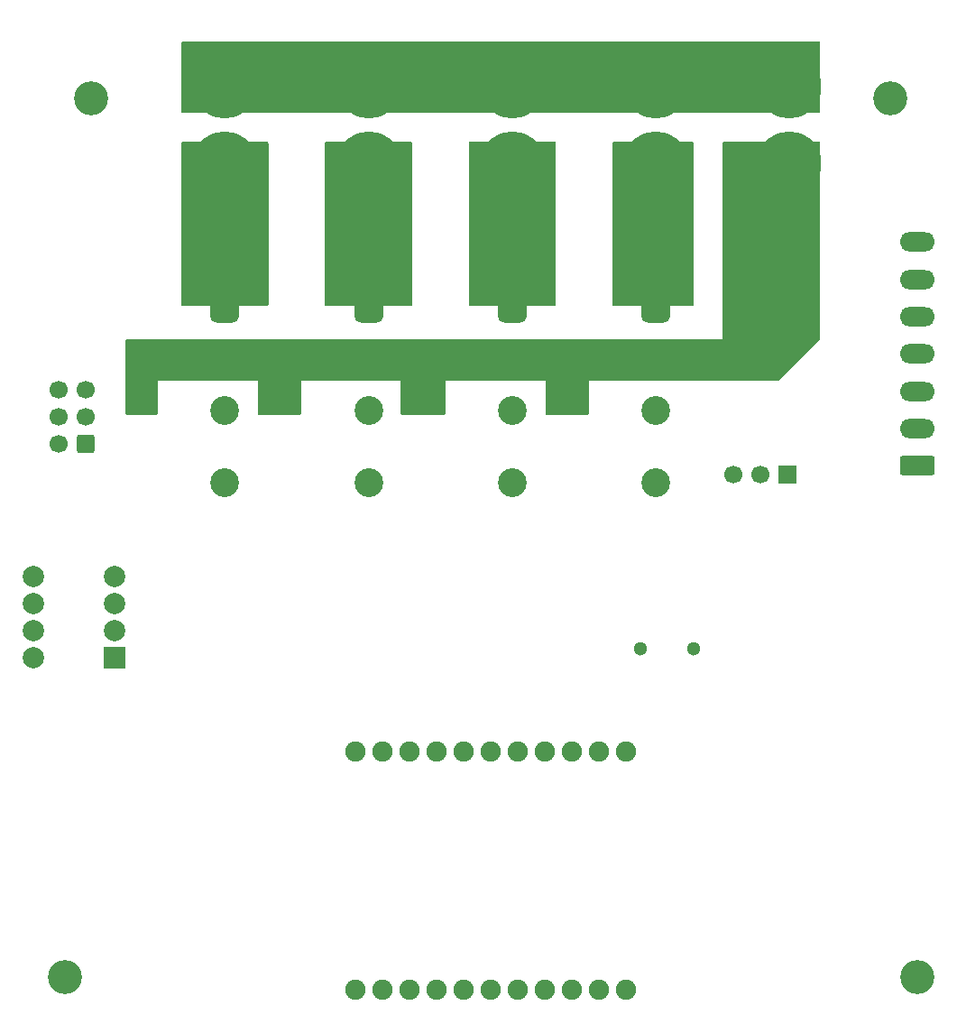
<source format=gbs>
%TF.GenerationSoftware,KiCad,Pcbnew,8.0.1*%
%TF.CreationDate,2024-04-25T22:53:37+02:00*%
%TF.ProjectId,xt60_parallelizer,78743630-5f70-4617-9261-6c6c656c697a,rev?*%
%TF.SameCoordinates,Original*%
%TF.FileFunction,Soldermask,Bot*%
%TF.FilePolarity,Negative*%
%FSLAX46Y46*%
G04 Gerber Fmt 4.6, Leading zero omitted, Abs format (unit mm)*
G04 Created by KiCad (PCBNEW 8.0.1) date 2024-04-25 22:53:37*
%MOMM*%
%LPD*%
G01*
G04 APERTURE LIST*
G04 Aperture macros list*
%AMRoundRect*
0 Rectangle with rounded corners*
0 $1 Rounding radius*
0 $2 $3 $4 $5 $6 $7 $8 $9 X,Y pos of 4 corners*
0 Add a 4 corners polygon primitive as box body*
4,1,4,$2,$3,$4,$5,$6,$7,$8,$9,$2,$3,0*
0 Add four circle primitives for the rounded corners*
1,1,$1+$1,$2,$3*
1,1,$1+$1,$4,$5*
1,1,$1+$1,$6,$7*
1,1,$1+$1,$8,$9*
0 Add four rect primitives between the rounded corners*
20,1,$1+$1,$2,$3,$4,$5,0*
20,1,$1+$1,$4,$5,$6,$7,0*
20,1,$1+$1,$6,$7,$8,$9,0*
20,1,$1+$1,$8,$9,$2,$3,0*%
G04 Aperture macros list end*
%ADD10C,1.900000*%
%ADD11C,3.200000*%
%ADD12C,6.000000*%
%ADD13RoundRect,0.250000X0.600000X0.600000X-0.600000X0.600000X-0.600000X-0.600000X0.600000X-0.600000X0*%
%ADD14C,1.700000*%
%ADD15RoundRect,0.675000X-0.675000X0.675000X-0.675000X-0.675000X0.675000X-0.675000X0.675000X0.675000X0*%
%ADD16C,2.700000*%
%ADD17R,1.700000X1.700000*%
%ADD18C,1.300000*%
%ADD19RoundRect,0.250000X1.400000X-0.650000X1.400000X0.650000X-1.400000X0.650000X-1.400000X-0.650000X0*%
%ADD20O,3.300000X1.800000*%
%ADD21R,2.000000X2.000000*%
%ADD22C,2.000000*%
G04 APERTURE END LIST*
D10*
%TO.C,U11*%
X132300000Y-141150000D03*
X134840000Y-141150000D03*
X137380000Y-141150000D03*
X139920000Y-141150000D03*
X142460000Y-141150000D03*
X145000000Y-141150000D03*
X147540000Y-141150000D03*
X150080000Y-141150000D03*
X152620000Y-141150000D03*
X155160000Y-141150000D03*
X157700000Y-141150000D03*
X157700000Y-118850000D03*
X155160000Y-118850000D03*
X152620000Y-118850000D03*
X150080000Y-118850000D03*
X147540000Y-118850000D03*
X145000000Y-118850000D03*
X142460000Y-118850000D03*
X139920000Y-118850000D03*
X137380000Y-118850000D03*
X134840000Y-118850000D03*
X132300000Y-118850000D03*
%TD*%
D11*
%TO.C,H3*%
X105000000Y-140000000D03*
%TD*%
D12*
%TO.C,BT1*%
X120000000Y-63600000D03*
X120000000Y-56400000D03*
%TD*%
D13*
%TO.C,J2*%
X106940000Y-89980000D03*
D14*
X104400000Y-89980000D03*
X106940000Y-87440000D03*
X104400000Y-87440000D03*
X106940000Y-84900000D03*
X104400000Y-84900000D03*
%TD*%
D15*
%TO.C,F4*%
X160500000Y-70500000D03*
X160500000Y-77260000D03*
D16*
X160500000Y-86850000D03*
X160500000Y-93610000D03*
%TD*%
D12*
%TO.C,BT2*%
X133500000Y-63600000D03*
X133500000Y-56400000D03*
%TD*%
%TO.C,BT3*%
X147000000Y-63600000D03*
X147000000Y-56400000D03*
%TD*%
%TO.C,BT4*%
X160500000Y-63600000D03*
X160500000Y-56400000D03*
%TD*%
D15*
%TO.C,F3*%
X147000000Y-70500000D03*
X147000000Y-77260000D03*
D16*
X147000000Y-86850000D03*
X147000000Y-93610000D03*
%TD*%
D11*
%TO.C,H2*%
X182500000Y-57500000D03*
%TD*%
D17*
%TO.C,U5*%
X172840000Y-92850000D03*
D14*
X170300000Y-92850000D03*
X167760000Y-92850000D03*
%TD*%
D11*
%TO.C,H1*%
X107500000Y-57500000D03*
%TD*%
D12*
%TO.C,J3*%
X173000000Y-63600000D03*
X173000000Y-56400000D03*
%TD*%
D18*
%TO.C,BZ1*%
X159000000Y-109200000D03*
X164000000Y-109200000D03*
%TD*%
D15*
%TO.C,F2*%
X133500000Y-70500000D03*
X133500000Y-77260000D03*
D16*
X133500000Y-86850000D03*
X133500000Y-93610000D03*
%TD*%
D15*
%TO.C,F1*%
X120000000Y-70500000D03*
X120000000Y-77260000D03*
D16*
X120000000Y-86850000D03*
X120000000Y-93610000D03*
%TD*%
D19*
%TO.C,J1*%
X185000000Y-92000000D03*
D20*
X185000000Y-88500000D03*
X185000000Y-85000000D03*
X185000000Y-81500000D03*
X185000000Y-78000000D03*
X185000000Y-74500000D03*
X185000000Y-71000000D03*
%TD*%
D21*
%TO.C,SW1*%
X109667500Y-110000000D03*
D22*
X109667500Y-107460000D03*
X109667500Y-104920000D03*
X109667500Y-102380000D03*
X102047500Y-102380000D03*
X102047500Y-104920000D03*
X102047500Y-107460000D03*
X102047500Y-110000000D03*
%TD*%
D11*
%TO.C,H4*%
X185000000Y-140000000D03*
%TD*%
G36*
X175843039Y-61619685D02*
G01*
X175888794Y-61672489D01*
X175900000Y-61724000D01*
X175900000Y-80048638D01*
X175880315Y-80115677D01*
X175863681Y-80136319D01*
X172036319Y-83963681D01*
X171974996Y-83997166D01*
X171948638Y-84000000D01*
X154200000Y-84000000D01*
X154200000Y-87076000D01*
X154180315Y-87143039D01*
X154127511Y-87188794D01*
X154076000Y-87200000D01*
X150224000Y-87200000D01*
X150156961Y-87180315D01*
X150111206Y-87127511D01*
X150100000Y-87076000D01*
X150100000Y-84000000D01*
X140700000Y-84000000D01*
X140700000Y-87076000D01*
X140680315Y-87143039D01*
X140627511Y-87188794D01*
X140576000Y-87200000D01*
X136624000Y-87200000D01*
X136556961Y-87180315D01*
X136511206Y-87127511D01*
X136500000Y-87076000D01*
X136500000Y-84000000D01*
X127200000Y-84000000D01*
X127200000Y-87076000D01*
X127180315Y-87143039D01*
X127127511Y-87188794D01*
X127076000Y-87200000D01*
X123224000Y-87200000D01*
X123156961Y-87180315D01*
X123111206Y-87127511D01*
X123100000Y-87076000D01*
X123100000Y-84000000D01*
X113700000Y-84000000D01*
X113700000Y-87076000D01*
X113680315Y-87143039D01*
X113627511Y-87188794D01*
X113576000Y-87200000D01*
X110824000Y-87200000D01*
X110756961Y-87180315D01*
X110711206Y-87127511D01*
X110700000Y-87076000D01*
X110700000Y-80224000D01*
X110719685Y-80156961D01*
X110772489Y-80111206D01*
X110824000Y-80100000D01*
X166700000Y-80100000D01*
X166700000Y-61724000D01*
X166719685Y-61656961D01*
X166772489Y-61611206D01*
X166824000Y-61600000D01*
X175776000Y-61600000D01*
X175843039Y-61619685D01*
G37*
G36*
X175843039Y-52219685D02*
G01*
X175888794Y-52272489D01*
X175900000Y-52324000D01*
X175900000Y-58776000D01*
X175880315Y-58843039D01*
X175827511Y-58888794D01*
X175776000Y-58900000D01*
X116024000Y-58900000D01*
X115956961Y-58880315D01*
X115911206Y-58827511D01*
X115900000Y-58776000D01*
X115900000Y-52324000D01*
X115919685Y-52256961D01*
X115972489Y-52211206D01*
X116024000Y-52200000D01*
X175776000Y-52200000D01*
X175843039Y-52219685D01*
G37*
G36*
X163943039Y-61619685D02*
G01*
X163988794Y-61672489D01*
X164000000Y-61724000D01*
X164000000Y-76876000D01*
X163980315Y-76943039D01*
X163927511Y-76988794D01*
X163876000Y-77000000D01*
X156524000Y-77000000D01*
X156456961Y-76980315D01*
X156411206Y-76927511D01*
X156400000Y-76876000D01*
X156400000Y-61724000D01*
X156419685Y-61656961D01*
X156472489Y-61611206D01*
X156524000Y-61600000D01*
X163876000Y-61600000D01*
X163943039Y-61619685D01*
G37*
G36*
X137543039Y-61619685D02*
G01*
X137588794Y-61672489D01*
X137600000Y-61724000D01*
X137600000Y-76876000D01*
X137580315Y-76943039D01*
X137527511Y-76988794D01*
X137476000Y-77000000D01*
X129524000Y-77000000D01*
X129456961Y-76980315D01*
X129411206Y-76927511D01*
X129400000Y-76876000D01*
X129400000Y-61724000D01*
X129419685Y-61656961D01*
X129472489Y-61611206D01*
X129524000Y-61600000D01*
X137476000Y-61600000D01*
X137543039Y-61619685D01*
G37*
G36*
X151043039Y-61619685D02*
G01*
X151088794Y-61672489D01*
X151100000Y-61724000D01*
X151100000Y-76876000D01*
X151080315Y-76943039D01*
X151027511Y-76988794D01*
X150976000Y-77000000D01*
X143024000Y-77000000D01*
X142956961Y-76980315D01*
X142911206Y-76927511D01*
X142900000Y-76876000D01*
X142900000Y-61724000D01*
X142919685Y-61656961D01*
X142972489Y-61611206D01*
X143024000Y-61600000D01*
X150976000Y-61600000D01*
X151043039Y-61619685D01*
G37*
G36*
X124043039Y-61619685D02*
G01*
X124088794Y-61672489D01*
X124100000Y-61724000D01*
X124100000Y-76876000D01*
X124080315Y-76943039D01*
X124027511Y-76988794D01*
X123976000Y-77000000D01*
X116024000Y-77000000D01*
X115956961Y-76980315D01*
X115911206Y-76927511D01*
X115900000Y-76876000D01*
X115900000Y-61724000D01*
X115919685Y-61656961D01*
X115972489Y-61611206D01*
X116024000Y-61600000D01*
X123976000Y-61600000D01*
X124043039Y-61619685D01*
G37*
M02*

</source>
